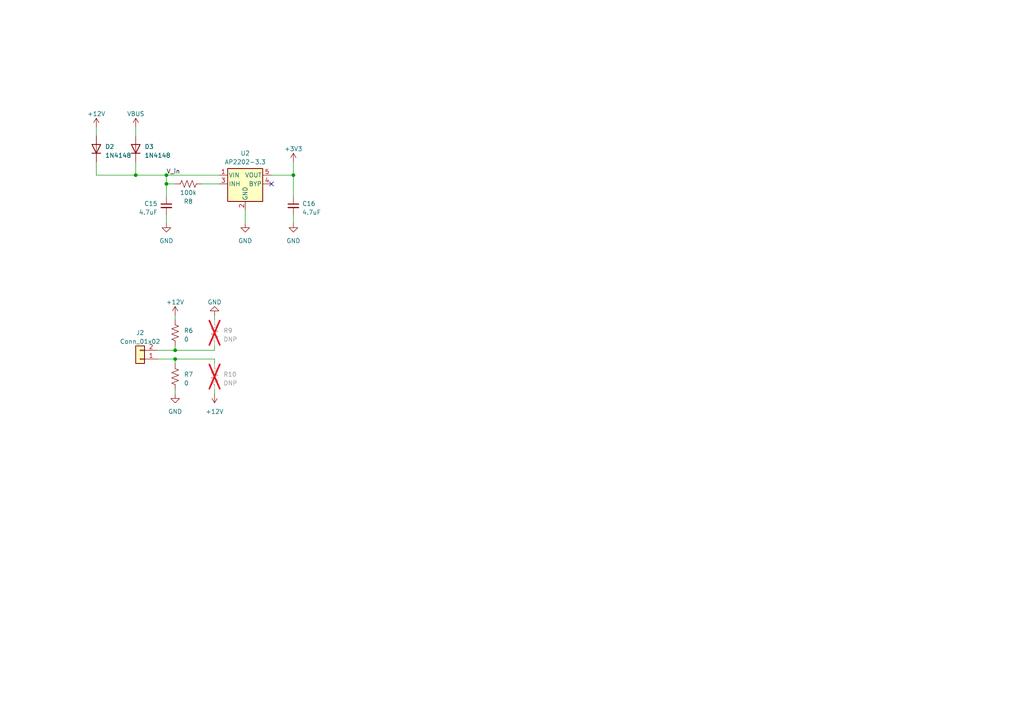
<source format=kicad_sch>
(kicad_sch (version 20230121) (generator eeschema)
  (paper "A4")
  (lib_symbols
    (symbol "Connector_Generic:Conn_01x02" (pin_names (offset 1.016) hide)
      (property "Reference" "J" (at 0 2.54 0))
      (property "Value" "Conn_01x02" (at 0 -5.08 0))
      (symbol "Conn_01x02_1_1"
        (rectangle (start -1.27 -2.413) (end 0 -2.667) (stroke (width 0.1524)))
        (rectangle (start -1.27 0.127) (end 0 -0.127) (stroke (width 0.1524)))
        (rectangle (start -1.27 1.27) (end 1.27 -3.81) (stroke (width 0.254)) (fill (type background)))
        (pin passive line (at -5.08 0 0) (length 3.81) (name "Pin_1") (number "1"))
        (pin passive line (at -5.08 -2.54 0) (length 3.81) (name "Pin_2") (number "2"))
      )
    )
    (symbol "Device:C_Small" (pin_numbers hide) (pin_names (offset 0.254) hide)
      (property "Reference" "C" (at 0.254 1.778 0))
      (property "Value" "C_Small" (at 0.254 -2.032 0))
      (symbol "C_Small_0_1"
        (polyline (pts (xy -1.524 -0.508) (xy 1.524 -0.508)) (stroke (width 0.3302)))
        (polyline (pts (xy -1.524 0.508) (xy 1.524 0.508)) (stroke (width 0.3048)))
      )
      (symbol "C_Small_1_1"
        (pin passive line (at 0 2.54 270) (length 2.032) (name "~") (number "1"))
        (pin passive line (at 0 -2.54 90) (length 2.032) (name "~") (number "2"))
      )
    )
    (symbol "Device:D" (pin_numbers hide) (pin_names (offset 1.016) hide)
      (property "Reference" "D" (at 0 2.54 0))
      (property "Value" "D" (at 0 -2.54 0))
      (symbol "D_0_1"
        (polyline (pts (xy -1.27 1.27) (xy -1.27 -1.27)) (stroke (width 0.254)))
        (polyline (pts (xy 1.27 0) (xy -1.27 0)))
        (polyline (pts (xy 1.27 1.27) (xy 1.27 -1.27) (xy -1.27 0) (xy 1.27 1.27)) (stroke (width 0.254)))
      )
      (symbol "D_1_1"
        (pin passive line (at -3.81 0 0) (length 2.54) (name "K") (number "1"))
        (pin passive line (at 3.81 0 180) (length 2.54) (name "A") (number "2"))
      )
    )
    (symbol "Device:R_US" (pin_numbers hide) (pin_names (offset 0))
      (property "Reference" "R" (at 2.54 0 90))
      (property "Value" "R_US" (at -2.54 0 90))
      (symbol "R_US_0_1"
        (polyline (pts (xy 0 -2.286) (xy 0 -2.54)))
        (polyline (pts (xy 0 2.286) (xy 0 2.54)))
        (polyline (pts (xy 0 -0.762) (xy 1.016 -1.143) (xy 0 -1.524) (xy -1.016 -1.905) (xy 0 -2.286)))
        (polyline (pts (xy 0 0.762) (xy 1.016 0.381) (xy 0 0) (xy -1.016 -0.381) (xy 0 -0.762)))
        (polyline (pts (xy 0 2.286) (xy 1.016 1.905) (xy 0 1.524) (xy -1.016 1.143) (xy 0 0.762)))
      )
      (symbol "R_US_1_1"
        (pin passive line (at 0 3.81 270) (length 1.27) (name "~") (number "1"))
        (pin passive line (at 0 -3.81 90) (length 1.27) (name "~") (number "2"))
      )
    )
    (symbol "Regulator_Linear:LD3985M33R_SOT23" (pin_names (offset 0.254))
      (property "Reference" "U" (at -3.81 5.715 0))
      (property "Value" "LD3985M33R_SOT23" (at 0 5.715 0))
      (symbol "LD3985M33R_SOT23_0_1"
        (rectangle (start -5.08 4.445) (end 5.08 -5.08) (stroke (width 0.254)) (fill (type background)))
      )
      (symbol "LD3985M33R_SOT23_1_1"
        (pin power_in line (at -7.62 2.54 0) (length 2.54) (name "VIN") (number "1"))
        (pin power_in line (at 0 -7.62 90) (length 2.54) (name "GND") (number "2"))
        (pin input line (at -7.62 0 0) (length 2.54) (name "INH") (number "3"))
        (pin input line (at 7.62 0 180) (length 2.54) (name "BYP") (number "4"))
        (pin power_out line (at 7.62 2.54 180) (length 2.54) (name "VOUT") (number "5"))
      )
    )
    (symbol "power:+12V" (power) (pin_names (offset 0))
      (property "Value" "+12V" (at 0 3.556 0))
      (symbol "+12V_0_1"
        (polyline (pts (xy -0.762 1.27) (xy 0 2.54)))
        (polyline (pts (xy 0 0) (xy 0 2.54)))
        (polyline (pts (xy 0 2.54) (xy 0.762 1.27)))
      )
      (symbol "+12V_1_1"
        (pin power_in line (at 0 0 90) (length 0) hide (name "+12V") (number "1"))
      )
    )
    (symbol "power:+3V3" (power) (pin_names (offset 0))
      (property "Value" "+3V3" (at 0 3.556 0))
      (symbol "+3V3_0_1"
        (polyline (pts (xy -0.762 1.27) (xy 0 2.54)))
        (polyline (pts (xy 0 0) (xy 0 2.54)))
        (polyline (pts (xy 0 2.54) (xy 0.762 1.27)))
      )
      (symbol "+3V3_1_1"
        (pin power_in line (at 0 0 90) (length 0) hide (name "+3V3") (number "1"))
      )
    )
    (symbol "power:GND" (power) (pin_names (offset 0))
      (property "Value" "GND" (at 0 -3.81 0))
      (symbol "GND_0_1"
        (polyline (pts (xy 0 0) (xy 0 -1.27) (xy 1.27 -1.27) (xy 0 -2.54) (xy -1.27 -1.27) (xy 0 -1.27)))
      )
      (symbol "GND_1_1"
        (pin power_in line (at 0 0 270) (length 0) hide (name "GND") (number "1"))
      )
    )
    (symbol "power:VBUS" (power) (pin_names (offset 0))
      (property "Value" "VBUS" (at 0 3.81 0))
      (symbol "VBUS_0_1"
        (polyline (pts (xy -0.762 1.27) (xy 0 2.54)))
        (polyline (pts (xy 0 0) (xy 0 2.54)))
        (polyline (pts (xy 0 2.54) (xy 0.762 1.27)))
      )
      (symbol "VBUS_1_1"
        (pin power_in line (at 0 0 90) (length 0) hide (name "VBUS") (number "1"))
      )
    )
  )
  (junction (at 85.09 50.8))
  (junction (at 39.37 50.8))
  (junction (at 48.26 50.8))
  (junction (at 50.8 104.14))
  (junction (at 48.26 53.34))
  (junction (at 50.8 101.6))
  (no_connect (at 78.74 53.34))
  (wire (pts (xy 62.23 105.41) (xy 62.23 104.14)))
  (wire (pts (xy 71.12 60.96) (xy 71.12 64.77)))
  (wire (pts (xy 48.26 62.23) (xy 48.26 64.77)))
  (wire (pts (xy 50.8 53.34) (xy 48.26 53.34)))
  (wire (pts (xy 85.09 50.8) (xy 78.74 50.8)))
  (wire (pts (xy 27.94 50.8) (xy 39.37 50.8)))
  (wire (pts (xy 50.8 104.14) (xy 50.8 105.41)))
  (wire (pts (xy 39.37 50.8) (xy 48.26 50.8)))
  (wire (pts (xy 45.72 104.14) (xy 50.8 104.14)))
  (wire (pts (xy 48.26 53.34) (xy 48.26 57.15)))
  (wire (pts (xy 62.23 100.33) (xy 62.23 101.6)))
  (wire (pts (xy 48.26 53.34) (xy 48.26 50.8)))
  (wire (pts (xy 50.8 91.44) (xy 50.8 92.71)))
  (wire (pts (xy 48.26 50.8) (xy 63.5 50.8)))
  (wire (pts (xy 58.42 53.34) (xy 63.5 53.34)))
  (wire (pts (xy 50.8 113.03) (xy 50.8 114.3)))
  (wire (pts (xy 62.23 113.03) (xy 62.23 114.3)))
  (wire (pts (xy 27.94 36.83) (xy 27.94 39.37)))
  (wire (pts (xy 85.09 62.23) (xy 85.09 64.77)))
  (wire (pts (xy 85.09 46.99) (xy 85.09 50.8)))
  (wire (pts (xy 50.8 101.6) (xy 50.8 100.33)))
  (wire (pts (xy 39.37 46.99) (xy 39.37 50.8)))
  (wire (pts (xy 85.09 57.15) (xy 85.09 50.8)))
  (wire (pts (xy 27.94 46.99) (xy 27.94 50.8)))
  (wire (pts (xy 39.37 36.83) (xy 39.37 39.37)))
  (wire (pts (xy 45.72 101.6) (xy 50.8 101.6)))
  (wire (pts (xy 62.23 91.44) (xy 62.23 92.71)))
  (wire (pts (xy 50.8 101.6) (xy 62.23 101.6)))
  (wire (pts (xy 50.8 104.14) (xy 62.23 104.14)))
  (label "V_in" (at 48.26 50.8 0))
  (symbol (lib_id "Regulator_Linear:LD3985M33R_SOT23") (at 71.12 53.34 0) (unit 1)
    (property "Reference" "U2" (at 71.12 44.45 0))
    (property "Value" "AP2202-3.3" (at 71.12 46.99 0))
    (property "Footprint" "Package_TO_SOT_SMD:SOT-23-5" (effects hide))
    (property "Datasheet" "https://www.diodes.com/assets/Datasheets/AP2202.pdf" (effects hide))
    (property "MPN" "AP2202K-3.3TRG1" (effects hide))
  )
  (symbol (lib_id "Device:C_Small") (at 85.09 59.69 0) (mirror y) (unit 1)
    (property "Reference" "C16" (at 87.63 59.0613 0) (effects (justify right)))
    (property "Value" "4.7uF" (at 87.63 61.6013 0) (effects (justify right)))
    (property "Footprint" "Capacitor_SMD:C_0603_1608Metric_Pad1.08x0.95mm_HandSolder" (effects hide))
    (property "MPN" "CL10A475KO8NNNC" (effects hide))
  )
  (symbol (lib_id "power:GND") (at 48.26 64.77 0) (unit 1)
    (property "Reference" "#PWR037" (effects hide))
    (property "Value" "GND" (at 48.26 69.85 0))
  )
  (symbol (lib_id "power:+12V") (at 27.94 36.83 0) (unit 1)
    (property "Reference" "#PWR035" (effects hide))
    (property "Value" "+12V" (at 27.94 33.02 0))
  )
  (symbol (lib_id "Device:R_US") (at 50.8 109.22 0) (unit 1)
    (property "Reference" "R7" (at 53.34 108.585 0) (effects (justify left)))
    (property "Value" "0" (at 53.34 111.125 0) (effects (justify left)))
    (property "Footprint" "Resistor_SMD:R_0805_2012Metric_Pad1.20x1.40mm_HandSolder" (effects hide))
    (property "MPN" "RC0805JR-070RL" (effects hide))
  )
  (symbol (lib_id "power:VBUS") (at 39.37 36.83 0) (unit 1)
    (property "Reference" "#PWR036" (effects hide))
    (property "Value" "VBUS" (at 39.37 33.02 0))
  )
  (symbol (lib_id "power:GND") (at 62.23 91.44 180) (unit 1)
    (property "Reference" "#PWR040" (effects hide))
    (property "Value" "GND" (at 62.23 87.63 0))
  )
  (symbol (lib_id "Device:R_US") (at 62.23 96.52 0) (unit 1) (dnp yes)
    (property "Reference" "R9" (at 64.77 95.885 0) (effects (justify left)))
    (property "Value" "DNP" (at 64.77 98.425 0) (effects (justify left)))
    (property "Footprint" "Resistor_SMD:R_0805_2012Metric_Pad1.20x1.40mm_HandSolder" (effects hide))
    (property "MPN" "DNP" (effects hide))
  )
  (symbol (lib_id "Device:R_US") (at 50.8 96.52 0) (unit 1)
    (property "Reference" "R6" (at 53.34 95.885 0) (effects (justify left)))
    (property "Value" "0" (at 53.34 98.425 0) (effects (justify left)))
    (property "Footprint" "Resistor_SMD:R_0805_2012Metric_Pad1.20x1.40mm_HandSolder" (effects hide))
    (property "MPN" "RC0805JR-070RL" (effects hide))
  )
  (symbol (lib_id "power:+3V3") (at 85.09 46.99 0) (unit 1)
    (property "Reference" "#PWR043" (effects hide))
    (property "Value" "+3V3" (at 85.09 43.18 0))
  )
  (symbol (lib_id "Device:D") (at 27.94 43.18 90) (unit 1)
    (property "Reference" "D2" (at 30.48 42.545 90) (effects (justify right)))
    (property "Value" "1N4148" (at 30.48 45.085 90) (effects (justify right)))
    (property "Footprint" "Diode_SMD:D_SOD-123" (effects hide))
    (property "Datasheet" "https://www.mccsemi.com/pdf/Products/1N4148W(SOD-123).pdf" (effects hide))
    (property "Sim.Device" "D" (effects hide))
    (property "Sim.Pins" "1=K 2=A" (effects hide))
    (property "MPN" "1N4148W-TP" (effects hide))
  )
  (symbol (lib_id "Connector_Generic:Conn_01x02") (at 40.64 104.14 180) (unit 1)
    (property "Reference" "J2" (at 40.64 96.52 0))
    (property "Value" "Conn_01x02" (at 40.64 99.06 0))
    (property "Footprint" "Connector_BarrelJack:BarrelJack_CUI_PJ-036AH-SMT_Horizontal" (effects hide))
    (property "MPN" "54-00165" (effects hide))
  )
  (symbol (lib_id "Device:R_US") (at 54.61 53.34 90) (unit 1)
    (property "Reference" "R8" (at 54.61 58.42 90))
    (property "Value" "100k" (at 54.61 55.88 90))
    (property "Footprint" "Resistor_SMD:R_0402_1005Metric_Pad0.72x0.64mm_HandSolder" (effects hide))
    (property "MPN" "RC0402FR-07100KL" (effects hide))
  )
  (symbol (lib_id "Device:C_Small") (at 48.26 59.69 0) (unit 1)
    (property "Reference" "C15" (at 45.72 59.0613 0) (effects (justify right)))
    (property "Value" "4.7uF" (at 45.72 61.6013 0) (effects (justify right)))
    (property "Footprint" "Capacitor_SMD:C_0603_1608Metric_Pad1.08x0.95mm_HandSolder" (effects hide))
    (property "MPN" "CL10A475KO8NNNC" (effects hide))
  )
  (symbol (lib_id "power:GND") (at 85.09 64.77 0) (mirror y) (unit 1)
    (property "Reference" "#PWR044" (effects hide))
    (property "Value" "GND" (at 85.09 69.85 0))
  )
  (symbol (lib_id "Device:D") (at 39.37 43.18 90) (unit 1)
    (property "Reference" "D3" (at 41.91 42.545 90) (effects (justify right)))
    (property "Value" "1N4148" (at 41.91 45.085 90) (effects (justify right)))
    (property "Footprint" "Diode_SMD:D_SOD-123" (effects hide))
    (property "Datasheet" "https://www.mccsemi.com/pdf/Products/1N4148W(SOD-123).pdf" (effects hide))
    (property "Sim.Device" "D" (effects hide))
    (property "Sim.Pins" "1=K 2=A" (effects hide))
    (property "MPN" "1N4148W-TP" (effects hide))
  )
  (symbol (lib_id "power:+12V") (at 62.23 114.3 180) (unit 1)
    (property "Reference" "#PWR041" (effects hide))
    (property "Value" "+12V" (at 62.23 119.38 0))
  )
  (symbol (lib_id "power:+12V") (at 50.8 91.44 0) (unit 1)
    (property "Reference" "#PWR038" (effects hide))
    (property "Value" "+12V" (at 50.8 87.63 0))
  )
  (symbol (lib_id "power:GND") (at 50.8 114.3 0) (unit 1)
    (property "Reference" "#PWR039" (effects hide))
    (property "Value" "GND" (at 50.8 119.38 0))
  )
  (symbol (lib_id "power:GND") (at 71.12 64.77 0) (mirror y) (unit 1)
    (property "Reference" "#PWR042" (effects hide))
    (property "Value" "GND" (at 71.12 69.85 0))
  )
  (symbol (lib_id "Device:R_US") (at 62.23 109.22 0) (unit 1) (dnp yes)
    (property "Reference" "R10" (at 64.77 108.585 0) (effects (justify left)))
    (property "Value" "DNP" (at 64.77 111.125 0) (effects (justify left)))
    (property "Footprint" "Resistor_SMD:R_0805_2012Metric_Pad1.20x1.40mm_HandSolder" (effects hide))
    (property "MPN" "DNP" (effects hide))
  )
)
</source>
